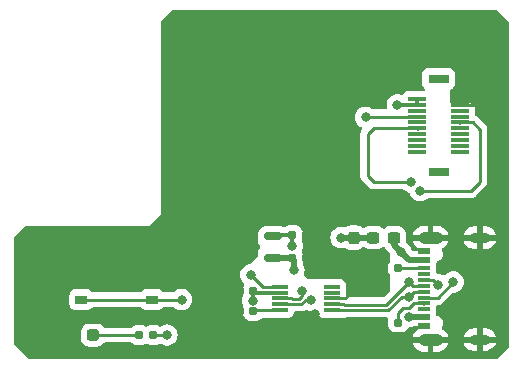
<source format=gbr>
%TF.GenerationSoftware,KiCad,Pcbnew,7.0.7*%
%TF.CreationDate,2024-04-13T00:06:02+09:00*%
%TF.ProjectId,Wi-SUN_Board,57692d53-554e-45f4-926f-6172642e6b69,0.1.2*%
%TF.SameCoordinates,Original*%
%TF.FileFunction,Copper,L1,Top*%
%TF.FilePolarity,Positive*%
%FSLAX46Y46*%
G04 Gerber Fmt 4.6, Leading zero omitted, Abs format (unit mm)*
G04 Created by KiCad (PCBNEW 7.0.7) date 2024-04-13 00:06:02*
%MOMM*%
%LPD*%
G01*
G04 APERTURE LIST*
G04 Aperture macros list*
%AMRoundRect*
0 Rectangle with rounded corners*
0 $1 Rounding radius*
0 $2 $3 $4 $5 $6 $7 $8 $9 X,Y pos of 4 corners*
0 Add a 4 corners polygon primitive as box body*
4,1,4,$2,$3,$4,$5,$6,$7,$8,$9,$2,$3,0*
0 Add four circle primitives for the rounded corners*
1,1,$1+$1,$2,$3*
1,1,$1+$1,$4,$5*
1,1,$1+$1,$6,$7*
1,1,$1+$1,$8,$9*
0 Add four rect primitives between the rounded corners*
20,1,$1+$1,$2,$3,$4,$5,0*
20,1,$1+$1,$4,$5,$6,$7,0*
20,1,$1+$1,$6,$7,$8,$9,0*
20,1,$1+$1,$8,$9,$2,$3,0*%
G04 Aperture macros list end*
%TA.AperFunction,SMDPad,CuDef*%
%ADD10RoundRect,0.155000X-0.212500X-0.155000X0.212500X-0.155000X0.212500X0.155000X-0.212500X0.155000X0*%
%TD*%
%TA.AperFunction,SMDPad,CuDef*%
%ADD11R,1.600000X0.300000*%
%TD*%
%TA.AperFunction,SMDPad,CuDef*%
%ADD12R,1.800000X0.800000*%
%TD*%
%TA.AperFunction,SMDPad,CuDef*%
%ADD13RoundRect,0.237500X-0.237500X0.300000X-0.237500X-0.300000X0.237500X-0.300000X0.237500X0.300000X0*%
%TD*%
%TA.AperFunction,SMDPad,CuDef*%
%ADD14RoundRect,0.150000X0.587500X0.150000X-0.587500X0.150000X-0.587500X-0.150000X0.587500X-0.150000X0*%
%TD*%
%TA.AperFunction,SMDPad,CuDef*%
%ADD15RoundRect,0.160000X0.197500X0.160000X-0.197500X0.160000X-0.197500X-0.160000X0.197500X-0.160000X0*%
%TD*%
%TA.AperFunction,SMDPad,CuDef*%
%ADD16R,1.000000X0.750000*%
%TD*%
%TA.AperFunction,SMDPad,CuDef*%
%ADD17RoundRect,0.237500X0.300000X0.237500X-0.300000X0.237500X-0.300000X-0.237500X0.300000X-0.237500X0*%
%TD*%
%TA.AperFunction,SMDPad,CuDef*%
%ADD18R,1.400000X0.300000*%
%TD*%
%TA.AperFunction,SMDPad,CuDef*%
%ADD19RoundRect,0.155000X0.212500X0.155000X-0.212500X0.155000X-0.212500X-0.155000X0.212500X-0.155000X0*%
%TD*%
%TA.AperFunction,SMDPad,CuDef*%
%ADD20RoundRect,0.237500X-0.287500X-0.237500X0.287500X-0.237500X0.287500X0.237500X-0.287500X0.237500X0*%
%TD*%
%TA.AperFunction,SMDPad,CuDef*%
%ADD21R,1.140000X0.600000*%
%TD*%
%TA.AperFunction,SMDPad,CuDef*%
%ADD22R,1.140000X0.300000*%
%TD*%
%TA.AperFunction,ComponentPad*%
%ADD23O,2.100000X1.050000*%
%TD*%
%TA.AperFunction,ComponentPad*%
%ADD24O,1.800000X0.900000*%
%TD*%
%TA.AperFunction,ViaPad*%
%ADD25C,0.800000*%
%TD*%
%TA.AperFunction,Conductor*%
%ADD26C,0.250000*%
%TD*%
%TA.AperFunction,Conductor*%
%ADD27C,0.300000*%
%TD*%
%TA.AperFunction,Conductor*%
%ADD28C,0.500000*%
%TD*%
G04 APERTURE END LIST*
D10*
%TO.P,C2,1*%
%TO.N,+3.3V*%
X176632500Y-118250000D03*
%TO.P,C2,2*%
%TO.N,GND*%
X177767500Y-118250000D03*
%TD*%
D11*
%TO.P,J1,1,1*%
%TO.N,+3.3V*%
X187200000Y-106750000D03*
%TO.P,J1,2,2*%
%TO.N,GND*%
X190800000Y-106750000D03*
%TO.P,J1,3,3*%
%TO.N,+3.3V*%
X187200000Y-107250000D03*
%TO.P,J1,4,4*%
%TO.N,GND*%
X190800000Y-107250000D03*
%TO.P,J1,5,5*%
%TO.N,unconnected-(J1-Pad5)*%
X187200000Y-107750000D03*
%TO.P,J1,6,6*%
%TO.N,unconnected-(J1-Pad6)*%
X190800000Y-107750000D03*
%TO.P,J1,7,7*%
%TO.N,Net-(J1-Pad7)*%
X187200000Y-108250000D03*
%TO.P,J1,8,8*%
%TO.N,unconnected-(J1-Pad8)*%
X190800000Y-108250000D03*
%TO.P,J1,9,9*%
%TO.N,unconnected-(J1-Pad9)*%
X187200000Y-108750000D03*
%TO.P,J1,10,10*%
%TO.N,UART_-*%
X190800000Y-108750000D03*
%TO.P,J1,11,11*%
%TO.N,UART_+*%
X187200000Y-109250000D03*
%TO.P,J1,12,12*%
%TO.N,unconnected-(J1-Pad12)*%
X190800000Y-109250000D03*
%TO.P,J1,13,13*%
%TO.N,unconnected-(J1-Pad13)*%
X187200000Y-109750000D03*
%TO.P,J1,14,14*%
%TO.N,unconnected-(J1-Pad14)*%
X190800000Y-109750000D03*
%TO.P,J1,15,15*%
%TO.N,unconnected-(J1-Pad15)*%
X187200000Y-110250000D03*
%TO.P,J1,16,16*%
%TO.N,unconnected-(J1-Pad16)*%
X190800000Y-110250000D03*
%TO.P,J1,17,17*%
%TO.N,unconnected-(J1-Pad17)*%
X187200000Y-110750000D03*
%TO.P,J1,18,18*%
%TO.N,unconnected-(J1-Pad18)*%
X190800000Y-110750000D03*
%TO.P,J1,19,19*%
%TO.N,unconnected-(J1-Pad19)*%
X187200000Y-111250000D03*
%TO.P,J1,20,20*%
%TO.N,unconnected-(J1-Pad20)*%
X190800000Y-111250000D03*
D12*
%TO.P,J1,S1*%
%TO.N,N/C*%
X189000000Y-105050000D03*
%TO.P,J1,S2*%
X189000000Y-112950000D03*
%TD*%
D13*
%TO.P,C1,1*%
%TO.N,+5V*%
X181800000Y-118500000D03*
%TO.P,C1,2*%
%TO.N,GND*%
X181800000Y-120225000D03*
%TD*%
D14*
%TO.P,U1,1,VI*%
%TO.N,+5V*%
X174975000Y-120250000D03*
%TO.P,U1,2,VO*%
%TO.N,+3.3V*%
X174975000Y-118350000D03*
%TO.P,U1,3,GND*%
%TO.N,GND*%
X173100000Y-119300000D03*
%TD*%
D15*
%TO.P,R2,1*%
%TO.N,Net-(J2-CC1_B)*%
X185600000Y-121100000D03*
%TO.P,R2,2*%
%TO.N,GND*%
X184405000Y-121100000D03*
%TD*%
D16*
%TO.P,SW1,1,1*%
%TO.N,GND*%
X158750000Y-120000000D03*
X164750000Y-120000000D03*
%TO.P,SW1,2,2*%
%TO.N,Net-(J1-Pad7)*%
X158750000Y-123750000D03*
X164750000Y-123750000D03*
%TD*%
D15*
%TO.P,R1,1*%
%TO.N,Net-(U2-TNOW)*%
X164847500Y-126750000D03*
%TO.P,R1,2*%
%TO.N,Net-(D1-A)*%
X163652500Y-126750000D03*
%TD*%
D17*
%TO.P,F1,1*%
%TO.N,+VBUS*%
X185200000Y-118500000D03*
%TO.P,F1,2*%
%TO.N,+5V*%
X183475000Y-118500000D03*
%TD*%
D18*
%TO.P,U2,1,UD+*%
%TO.N,USB_D+*%
X179950000Y-124650000D03*
%TO.P,U2,2,UD-*%
%TO.N,USB_D-*%
X179950000Y-124150000D03*
%TO.P,U2,3,GND*%
%TO.N,GND*%
X179950000Y-123650000D03*
%TO.P,U2,4,~{RTS}*%
%TO.N,unconnected-(U2-~{RTS}-Pad4)*%
X179950000Y-123150000D03*
%TO.P,U2,5,~{CTS}*%
%TO.N,unconnected-(U2-~{CTS}-Pad5)*%
X179950000Y-122650000D03*
%TO.P,U2,6,TNOW*%
%TO.N,Net-(U2-TNOW)*%
X175550000Y-122650000D03*
%TO.P,U2,7,VCC*%
%TO.N,+3.3V*%
X175550000Y-123150000D03*
%TO.P,U2,8,TXD*%
%TO.N,UART_+*%
X175550000Y-123650000D03*
%TO.P,U2,9,RXD*%
%TO.N,UART_-*%
X175550000Y-124150000D03*
%TO.P,U2,10,V3*%
%TO.N,Net-(U2-V3)*%
X175550000Y-124650000D03*
%TD*%
D19*
%TO.P,C3,1*%
%TO.N,+3.3V*%
X173317500Y-123000000D03*
%TO.P,C3,2*%
%TO.N,GND*%
X172182500Y-123000000D03*
%TD*%
D10*
%TO.P,C4,1*%
%TO.N,+5V*%
X176632500Y-120250000D03*
%TO.P,C4,2*%
%TO.N,GND*%
X177767500Y-120250000D03*
%TD*%
D19*
%TO.P,C5,1*%
%TO.N,Net-(U2-V3)*%
X173317500Y-124750000D03*
%TO.P,C5,2*%
%TO.N,GND*%
X172182500Y-124750000D03*
%TD*%
D15*
%TO.P,R3,1*%
%TO.N,Net-(J2-CC1_A)*%
X185597500Y-125700000D03*
%TO.P,R3,2*%
%TO.N,GND*%
X184402500Y-125700000D03*
%TD*%
D20*
%TO.P,D1,1,K*%
%TO.N,GND*%
X158000000Y-126750000D03*
%TO.P,D1,2,A*%
%TO.N,Net-(D1-A)*%
X159750000Y-126750000D03*
%TD*%
D21*
%TO.P,J2,A1_B12,GND*%
%TO.N,GND*%
X187750000Y-126020000D03*
%TO.P,J2,A4_B9,VBUS*%
%TO.N,+VBUS*%
X187750000Y-125220000D03*
D22*
%TO.P,J2,A5,CC1_A*%
%TO.N,Net-(J2-CC1_A)*%
X187750000Y-124070000D03*
%TO.P,J2,A6,D+_A*%
%TO.N,USB_D+*%
X187750000Y-123070000D03*
%TO.P,J2,A7,D-_A*%
%TO.N,USB_D-*%
X187750000Y-122570000D03*
%TO.P,J2,A8,SBU1*%
%TO.N,unconnected-(J2-SBU1-PadA8)*%
X187750000Y-121570000D03*
D21*
%TO.P,J2,B1_A12,GND__1*%
%TO.N,GND*%
X187750000Y-119620000D03*
%TO.P,J2,B4_A9,VBUS__1*%
%TO.N,+VBUS*%
X187750000Y-120420000D03*
D22*
%TO.P,J2,B5,CC1_B*%
%TO.N,Net-(J2-CC1_B)*%
X187750000Y-121070000D03*
%TO.P,J2,B6,D+_B*%
%TO.N,USB_D+*%
X187750000Y-122070000D03*
%TO.P,J2,B7,D-_B*%
%TO.N,USB_D-*%
X187750000Y-123570000D03*
%TO.P,J2,B8,SBU2*%
%TO.N,unconnected-(J2-SBU2-PadB8)*%
X187750000Y-124570000D03*
D23*
%TO.P,J2,SH1,SHIELD*%
%TO.N,GND*%
X188320000Y-127140000D03*
%TO.P,J2,SH2,SHIELD__1*%
X188320000Y-118500000D03*
D24*
%TO.P,J2,SH3,SHIELD__2*%
X192500000Y-127140000D03*
%TO.P,J2,SH4,SHIELD__3*%
X192500000Y-118500000D03*
%TD*%
D25*
%TO.N,GND*%
X184300000Y-119900000D03*
X183000000Y-120000000D03*
X175750000Y-113500000D03*
X181750000Y-123000000D03*
X179000000Y-106500000D03*
X193500000Y-99750000D03*
X167100000Y-99800000D03*
X183500000Y-106750000D03*
X166250000Y-107050000D03*
X194500000Y-127250000D03*
X172750000Y-128250000D03*
X155900000Y-125600000D03*
X179750000Y-114250000D03*
X194500000Y-124250000D03*
X174600000Y-106400000D03*
X153800000Y-123600000D03*
X166250000Y-114850000D03*
X190100000Y-128300000D03*
X192500000Y-105250000D03*
X182200000Y-117000000D03*
X154450000Y-118100000D03*
X153800000Y-118900000D03*
X184250000Y-123000000D03*
X162500000Y-128250000D03*
X166250000Y-103700000D03*
X172000000Y-103000000D03*
X194500000Y-103500000D03*
X166250000Y-110600000D03*
X158400000Y-128250000D03*
X170750000Y-118500000D03*
X184250000Y-115000000D03*
X166250000Y-100700000D03*
X192500000Y-116000000D03*
X166000000Y-125000000D03*
X194500000Y-106750000D03*
X181800000Y-125700000D03*
X159900000Y-118000000D03*
X171000000Y-99750000D03*
X180100000Y-99750000D03*
X157000000Y-118000000D03*
X169250000Y-116250000D03*
X185700000Y-105400000D03*
X189400000Y-102900000D03*
X165650000Y-117400000D03*
X162200000Y-122200000D03*
X194500000Y-117250000D03*
X156100000Y-120900000D03*
X162500000Y-118000000D03*
X176000000Y-125700000D03*
X175250000Y-99750000D03*
X189500000Y-99750000D03*
X177400000Y-103100000D03*
X167400000Y-119400000D03*
X192500000Y-122750000D03*
X158200000Y-122200000D03*
X178000000Y-117500000D03*
X159500000Y-125000000D03*
X153800000Y-127250000D03*
X181750000Y-121500000D03*
X190750000Y-125500000D03*
X194500000Y-110100000D03*
X190500000Y-120000000D03*
X194500000Y-113500000D03*
X174250000Y-125750000D03*
X169750000Y-106500000D03*
X167200000Y-122200000D03*
X167500000Y-128250000D03*
X184500000Y-128250000D03*
X171250000Y-123000000D03*
X194500000Y-120750000D03*
X178250000Y-111000000D03*
X185000000Y-99750000D03*
X180750000Y-108500000D03*
X181750000Y-112000000D03*
X171600000Y-109600000D03*
X169500000Y-113000000D03*
X178500000Y-125000000D03*
X175750000Y-109250000D03*
X178500000Y-128250000D03*
X183200000Y-103000000D03*
X188000000Y-116000000D03*
X173250000Y-116000000D03*
X170600000Y-125700000D03*
X154750000Y-128250000D03*
X173000000Y-112250000D03*
X193500000Y-128250000D03*
X178000000Y-119250000D03*
X194500000Y-100750000D03*
%TO.N,+3.3V*%
X185500000Y-107250000D03*
X176600000Y-119200000D03*
X173250000Y-123840500D03*
%TO.N,UART_-*%
X187421232Y-114521232D03*
X178171232Y-123771232D03*
%TO.N,UART_+*%
X186678768Y-113778768D03*
X177428768Y-123028768D03*
%TO.N,+5V*%
X176750000Y-121250000D03*
X180750000Y-118500000D03*
%TO.N,USB_D+*%
X188987701Y-122487701D03*
X186494053Y-123487974D03*
%TO.N,USB_D-*%
X190250000Y-122250000D03*
X186500000Y-122250000D03*
%TO.N,Net-(U2-TNOW)*%
X173094773Y-121645273D03*
X166000000Y-126750000D03*
%TO.N,+VBUS*%
X186500000Y-125200000D03*
X185800000Y-119700000D03*
%TO.N,Net-(J1-Pad7)*%
X167250000Y-123750000D03*
X182820023Y-108320023D03*
%TD*%
D26*
%TO.N,GND*%
X190800000Y-107250000D02*
X192500000Y-107250000D01*
X179950000Y-123650000D02*
X181050000Y-123650000D01*
X190800000Y-106750000D02*
X192500000Y-106750000D01*
X181050000Y-123650000D02*
X181550000Y-123150000D01*
X184250000Y-121055000D02*
X184265000Y-121070000D01*
X192500000Y-106750000D02*
X192500000Y-107250000D01*
D27*
%TO.N,+3.3V*%
X176600000Y-118432500D02*
X176632500Y-118400000D01*
X175000000Y-118300000D02*
X176582500Y-118300000D01*
X175550000Y-123150000D02*
X173635000Y-123150000D01*
X173250000Y-123840500D02*
X173250000Y-123135000D01*
X176600000Y-119200000D02*
X176600000Y-118432500D01*
X173250000Y-123135000D02*
X173385000Y-123000000D01*
X176600000Y-119400000D02*
X176600000Y-119200000D01*
X176582500Y-118300000D02*
X176632500Y-118250000D01*
X176545000Y-118487500D02*
X176632500Y-118400000D01*
X187200000Y-107250000D02*
X185500000Y-107250000D01*
X187200000Y-106750000D02*
X187200000Y-107250000D01*
D26*
%TO.N,Net-(U2-V3)*%
X173617500Y-124650000D02*
X173567500Y-124600000D01*
X175550000Y-124650000D02*
X173617500Y-124650000D01*
%TO.N,Net-(D1-A)*%
X163652500Y-126750000D02*
X159750000Y-126750000D01*
%TO.N,UART_-*%
X177746967Y-123771232D02*
X178171232Y-123771232D01*
X177393199Y-124125000D02*
X177746967Y-123771232D01*
X176600001Y-124150000D02*
X176625001Y-124125000D01*
X176625001Y-124125000D02*
X177393199Y-124125000D01*
X187421232Y-114521232D02*
X191728768Y-114521232D01*
X175550000Y-124150000D02*
X176600001Y-124150000D01*
X192500000Y-113750000D02*
X192500000Y-109350000D01*
X192500000Y-109350000D02*
X191900000Y-108750000D01*
X190750000Y-108800000D02*
X190800000Y-108750000D01*
X191728768Y-114521232D02*
X192500000Y-113750000D01*
X191900000Y-108750000D02*
X190800000Y-108750000D01*
%TO.N,UART_+*%
X187250000Y-109300000D02*
X187200000Y-109250000D01*
X183528768Y-113778768D02*
X186678768Y-113778768D01*
X183000000Y-113250000D02*
X183528768Y-113778768D01*
X187200000Y-109250000D02*
X183500000Y-109250000D01*
X177206801Y-123675000D02*
X177428768Y-123453033D01*
X176600001Y-123650000D02*
X176625001Y-123675000D01*
X183500000Y-109250000D02*
X183000000Y-109750000D01*
X175550000Y-123650000D02*
X176600001Y-123650000D01*
X176625001Y-123675000D02*
X177206801Y-123675000D01*
X177428768Y-123453033D02*
X177428768Y-123028768D01*
X183000000Y-109750000D02*
X183000000Y-113250000D01*
%TO.N,Net-(J2-CC1_A)*%
X185597500Y-124902500D02*
X185597500Y-125700000D01*
X187750000Y-124070000D02*
X186930000Y-124070000D01*
X186930000Y-124070000D02*
X186525000Y-124475000D01*
X186025000Y-124475000D02*
X185597500Y-124902500D01*
X187750000Y-124070000D02*
X187750000Y-124050000D01*
X187750000Y-124050000D02*
X187705000Y-124095000D01*
X186525000Y-124475000D02*
X186025000Y-124475000D01*
D28*
%TO.N,+5V*%
X180750000Y-118500000D02*
X181800000Y-118500000D01*
X183475000Y-118500000D02*
X181700000Y-118500000D01*
X176632500Y-120250000D02*
X174975000Y-120250000D01*
X176750000Y-121250000D02*
X176750000Y-120367500D01*
X176750000Y-120367500D02*
X176632500Y-120250000D01*
D26*
%TO.N,Net-(J2-CC1_B)*%
X187750000Y-121070000D02*
X185630000Y-121070000D01*
X185630000Y-121070000D02*
X185600000Y-121100000D01*
%TO.N,USB_D+*%
X184761397Y-124625000D02*
X185898423Y-123487974D01*
X181025001Y-124625000D02*
X184761397Y-124625000D01*
X188570000Y-122070000D02*
X188987701Y-122487701D01*
X185898423Y-123487974D02*
X186494053Y-123487974D01*
X186912027Y-123070000D02*
X186494053Y-123487974D01*
X179950000Y-124650000D02*
X181000001Y-124650000D01*
X181000001Y-124650000D02*
X181025001Y-124625000D01*
X187750000Y-123070000D02*
X186912027Y-123070000D01*
X187750000Y-122070000D02*
X188570000Y-122070000D01*
%TO.N,USB_D-*%
X187750000Y-122570000D02*
X187775000Y-122545000D01*
X179950000Y-124150000D02*
X181000001Y-124150000D01*
X184575000Y-124175000D02*
X186500000Y-122250000D01*
X181025001Y-124175000D02*
X184575000Y-124175000D01*
X190250000Y-122250000D02*
X188930000Y-123570000D01*
X186820000Y-122570000D02*
X186500000Y-122250000D01*
X181000001Y-124150000D02*
X181025001Y-124175000D01*
X188930000Y-123570000D02*
X187750000Y-123570000D01*
X187775000Y-122545000D02*
X188000000Y-122545000D01*
X187750000Y-122570000D02*
X186820000Y-122570000D01*
%TO.N,Net-(U2-TNOW)*%
X175550000Y-122650000D02*
X174099500Y-122650000D01*
X174099500Y-122650000D02*
X173094773Y-121645273D01*
X166000000Y-126750000D02*
X164847500Y-126750000D01*
D28*
%TO.N,+VBUS*%
X186520000Y-125220000D02*
X186500000Y-125200000D01*
X187750000Y-120420000D02*
X186520000Y-120420000D01*
X185200000Y-118500000D02*
X185200000Y-119100000D01*
X185200000Y-119100000D02*
X185800000Y-119700000D01*
X187750000Y-125220000D02*
X186520000Y-125220000D01*
X186520000Y-120420000D02*
X185800000Y-119700000D01*
D26*
%TO.N,Net-(J1-Pad7)*%
X182890046Y-108250000D02*
X182820023Y-108320023D01*
X164750000Y-123750000D02*
X167250000Y-123750000D01*
X164750000Y-123750000D02*
X158750000Y-123750000D01*
X187200000Y-108250000D02*
X182890046Y-108250000D01*
X167250000Y-123750000D02*
X167200000Y-123700000D01*
%TD*%
%TA.AperFunction,Conductor*%
%TO.N,GND*%
G36*
X193965677Y-99219685D02*
G01*
X193986319Y-99236319D01*
X194963681Y-100213681D01*
X194997166Y-100275004D01*
X195000000Y-100301362D01*
X195000000Y-127698638D01*
X194980315Y-127765677D01*
X194963681Y-127786319D01*
X194036319Y-128713681D01*
X193974996Y-128747166D01*
X193948638Y-128750000D01*
X154301362Y-128750000D01*
X154234323Y-128730315D01*
X154213681Y-128713681D01*
X153086319Y-127586319D01*
X153052834Y-127524996D01*
X153050000Y-127498638D01*
X153050000Y-127036669D01*
X158724500Y-127036669D01*
X158724501Y-127036687D01*
X158734825Y-127137752D01*
X158763247Y-127223521D01*
X158789092Y-127301516D01*
X158879660Y-127448350D01*
X159001650Y-127570340D01*
X159148484Y-127660908D01*
X159312247Y-127715174D01*
X159413323Y-127725500D01*
X160086676Y-127725499D01*
X160086684Y-127725498D01*
X160086687Y-127725498D01*
X160142030Y-127719844D01*
X160187753Y-127715174D01*
X160351516Y-127660908D01*
X160498350Y-127570340D01*
X160620340Y-127448350D01*
X160628941Y-127434404D01*
X160680890Y-127387679D01*
X160734481Y-127375500D01*
X162935050Y-127375500D01*
X163002089Y-127395185D01*
X163022731Y-127411819D01*
X163044665Y-127433753D01*
X163044670Y-127433757D01*
X163181929Y-127516732D01*
X163181933Y-127516734D01*
X163236100Y-127533612D01*
X163335067Y-127564452D01*
X163401619Y-127570500D01*
X163903380Y-127570499D01*
X163903388Y-127570499D01*
X163969926Y-127564453D01*
X163969927Y-127564452D01*
X163969933Y-127564452D01*
X164123069Y-127516733D01*
X164185850Y-127478779D01*
X164253405Y-127460944D01*
X164314149Y-127478779D01*
X164376931Y-127516733D01*
X164376934Y-127516734D01*
X164376933Y-127516734D01*
X164431100Y-127533612D01*
X164530067Y-127564452D01*
X164596619Y-127570500D01*
X165098380Y-127570499D01*
X165098388Y-127570499D01*
X165164926Y-127564453D01*
X165164927Y-127564452D01*
X165164933Y-127564452D01*
X165318069Y-127516733D01*
X165359649Y-127491596D01*
X165427198Y-127473761D01*
X165493672Y-127495277D01*
X165496652Y-127497375D01*
X165523298Y-127516734D01*
X165547270Y-127534151D01*
X165720192Y-127611142D01*
X165720197Y-127611144D01*
X165905354Y-127650500D01*
X165905355Y-127650500D01*
X166094644Y-127650500D01*
X166094646Y-127650500D01*
X166279803Y-127611144D01*
X166452730Y-127534151D01*
X166605871Y-127422888D01*
X166732533Y-127282216D01*
X166827179Y-127118284D01*
X166885674Y-126938256D01*
X166905460Y-126750000D01*
X166885674Y-126561744D01*
X166827179Y-126381716D01*
X166732533Y-126217784D01*
X166605871Y-126077112D01*
X166590917Y-126066247D01*
X166452734Y-125965851D01*
X166452729Y-125965848D01*
X166279807Y-125888857D01*
X166279802Y-125888855D01*
X166134001Y-125857865D01*
X166094646Y-125849500D01*
X165905354Y-125849500D01*
X165872897Y-125856398D01*
X165720197Y-125888855D01*
X165720192Y-125888857D01*
X165547270Y-125965848D01*
X165547266Y-125965851D01*
X165496680Y-126002603D01*
X165430873Y-126026082D01*
X165362819Y-126010255D01*
X165359647Y-126008401D01*
X165318070Y-125983267D01*
X165318066Y-125983265D01*
X165164933Y-125935548D01*
X165164935Y-125935548D01*
X165138312Y-125933128D01*
X165098381Y-125929500D01*
X165098378Y-125929500D01*
X164596611Y-125929500D01*
X164530073Y-125935546D01*
X164530066Y-125935548D01*
X164376933Y-125983265D01*
X164376929Y-125983267D01*
X164314149Y-126021219D01*
X164246594Y-126039055D01*
X164185851Y-126021219D01*
X164123070Y-125983267D01*
X164123066Y-125983265D01*
X163969933Y-125935548D01*
X163969935Y-125935548D01*
X163943312Y-125933128D01*
X163903381Y-125929500D01*
X163903378Y-125929500D01*
X163401611Y-125929500D01*
X163335073Y-125935546D01*
X163335066Y-125935548D01*
X163181933Y-125983265D01*
X163181929Y-125983267D01*
X163044670Y-126066242D01*
X163044665Y-126066246D01*
X163022731Y-126088181D01*
X162961408Y-126121666D01*
X162935050Y-126124500D01*
X160734481Y-126124500D01*
X160667442Y-126104815D01*
X160628942Y-126065596D01*
X160626195Y-126061142D01*
X160620340Y-126051650D01*
X160498350Y-125929660D01*
X160351516Y-125839092D01*
X160187753Y-125784826D01*
X160187751Y-125784825D01*
X160086678Y-125774500D01*
X159413330Y-125774500D01*
X159413312Y-125774501D01*
X159312247Y-125784825D01*
X159148484Y-125839092D01*
X159148481Y-125839093D01*
X159001648Y-125929661D01*
X158879661Y-126051648D01*
X158789093Y-126198481D01*
X158789091Y-126198486D01*
X158782696Y-126217785D01*
X158734826Y-126362247D01*
X158734826Y-126362248D01*
X158734825Y-126362248D01*
X158724500Y-126463315D01*
X158724500Y-127036669D01*
X153050000Y-127036669D01*
X153050000Y-124172870D01*
X157749500Y-124172870D01*
X157749501Y-124172876D01*
X157755908Y-124232483D01*
X157806202Y-124367328D01*
X157806206Y-124367335D01*
X157892452Y-124482544D01*
X157892455Y-124482547D01*
X158007664Y-124568793D01*
X158007671Y-124568797D01*
X158142517Y-124619091D01*
X158142516Y-124619091D01*
X158149444Y-124619835D01*
X158202127Y-124625500D01*
X159297872Y-124625499D01*
X159357483Y-124619091D01*
X159492331Y-124568796D01*
X159607546Y-124482546D01*
X159634227Y-124446903D01*
X159650485Y-124425188D01*
X159706419Y-124383318D01*
X159749751Y-124375500D01*
X163750249Y-124375500D01*
X163817288Y-124395185D01*
X163849515Y-124425188D01*
X163892451Y-124482542D01*
X163892454Y-124482546D01*
X163892457Y-124482548D01*
X164007664Y-124568793D01*
X164007671Y-124568797D01*
X164142517Y-124619091D01*
X164142516Y-124619091D01*
X164149444Y-124619835D01*
X164202127Y-124625500D01*
X165297872Y-124625499D01*
X165357483Y-124619091D01*
X165492331Y-124568796D01*
X165607546Y-124482546D01*
X165634227Y-124446903D01*
X165650485Y-124425188D01*
X165706419Y-124383318D01*
X165749751Y-124375500D01*
X166546252Y-124375500D01*
X166613291Y-124395185D01*
X166638400Y-124416526D01*
X166644126Y-124422885D01*
X166644130Y-124422889D01*
X166797265Y-124534148D01*
X166797270Y-124534151D01*
X166970192Y-124611142D01*
X166970197Y-124611144D01*
X167155354Y-124650500D01*
X167155355Y-124650500D01*
X167344644Y-124650500D01*
X167344646Y-124650500D01*
X167529803Y-124611144D01*
X167702730Y-124534151D01*
X167855871Y-124422888D01*
X167982533Y-124282216D01*
X168077179Y-124118284D01*
X168135674Y-123938256D01*
X168155460Y-123750000D01*
X168135674Y-123561744D01*
X168077179Y-123381716D01*
X167982533Y-123217784D01*
X167855871Y-123077112D01*
X167855870Y-123077111D01*
X167702734Y-122965851D01*
X167702729Y-122965848D01*
X167529807Y-122888857D01*
X167529802Y-122888855D01*
X167384000Y-122857865D01*
X167344646Y-122849500D01*
X167155354Y-122849500D01*
X167122897Y-122856398D01*
X166970197Y-122888855D01*
X166970192Y-122888857D01*
X166797270Y-122965848D01*
X166797265Y-122965851D01*
X166644130Y-123077110D01*
X166644126Y-123077114D01*
X166638400Y-123083474D01*
X166578913Y-123120121D01*
X166546252Y-123124500D01*
X165749751Y-123124500D01*
X165682712Y-123104815D01*
X165650485Y-123074812D01*
X165607548Y-123017457D01*
X165607546Y-123017454D01*
X165607542Y-123017451D01*
X165492335Y-122931206D01*
X165492328Y-122931202D01*
X165357482Y-122880908D01*
X165357483Y-122880908D01*
X165297883Y-122874501D01*
X165297881Y-122874500D01*
X165297873Y-122874500D01*
X165297864Y-122874500D01*
X164202129Y-122874500D01*
X164202123Y-122874501D01*
X164142516Y-122880908D01*
X164007671Y-122931202D01*
X164007664Y-122931206D01*
X163892457Y-123017451D01*
X163892451Y-123017457D01*
X163849515Y-123074812D01*
X163793581Y-123116682D01*
X163750249Y-123124500D01*
X159749751Y-123124500D01*
X159682712Y-123104815D01*
X159650485Y-123074812D01*
X159607548Y-123017457D01*
X159607546Y-123017454D01*
X159607542Y-123017451D01*
X159492335Y-122931206D01*
X159492328Y-122931202D01*
X159357482Y-122880908D01*
X159357483Y-122880908D01*
X159297883Y-122874501D01*
X159297881Y-122874500D01*
X159297873Y-122874500D01*
X159297864Y-122874500D01*
X158202129Y-122874500D01*
X158202123Y-122874501D01*
X158142516Y-122880908D01*
X158007671Y-122931202D01*
X158007664Y-122931206D01*
X157892455Y-123017452D01*
X157892452Y-123017455D01*
X157806206Y-123132664D01*
X157806202Y-123132671D01*
X157755908Y-123267517D01*
X157749501Y-123327116D01*
X157749500Y-123327135D01*
X157749500Y-124172870D01*
X153050000Y-124172870D01*
X153050000Y-121645273D01*
X172189313Y-121645273D01*
X172209099Y-121833529D01*
X172209100Y-121833532D01*
X172267591Y-122013550D01*
X172267594Y-122013557D01*
X172362240Y-122177489D01*
X172488901Y-122318161D01*
X172488902Y-122318161D01*
X172488906Y-122318165D01*
X172513810Y-122336258D01*
X172556477Y-122391587D01*
X172562457Y-122461201D01*
X172547658Y-122499698D01*
X172498629Y-122582601D01*
X172498628Y-122582604D01*
X172452424Y-122741637D01*
X172452423Y-122741643D01*
X172449500Y-122778795D01*
X172449501Y-123221202D01*
X172452423Y-123258357D01*
X172452424Y-123258358D01*
X172469090Y-123315727D01*
X172468889Y-123385596D01*
X172457402Y-123412316D01*
X172422821Y-123472215D01*
X172393731Y-123561744D01*
X172364326Y-123652244D01*
X172344540Y-123840500D01*
X172364326Y-124028756D01*
X172364327Y-124028759D01*
X172422821Y-124208785D01*
X172470736Y-124291777D01*
X172487209Y-124359678D01*
X172482426Y-124388370D01*
X172452425Y-124491639D01*
X172452423Y-124491648D01*
X172449500Y-124528795D01*
X172449501Y-124971202D01*
X172452423Y-125008354D01*
X172452423Y-125008357D01*
X172452424Y-125008358D01*
X172462293Y-125042328D01*
X172498630Y-125167400D01*
X172582934Y-125309950D01*
X172582941Y-125309959D01*
X172700040Y-125427058D01*
X172700044Y-125427061D01*
X172700046Y-125427063D01*
X172842600Y-125511370D01*
X172884541Y-125523555D01*
X173001637Y-125557575D01*
X173001640Y-125557575D01*
X173001642Y-125557576D01*
X173014026Y-125558550D01*
X173038795Y-125560500D01*
X173038796Y-125560499D01*
X173038797Y-125560500D01*
X173596202Y-125560499D01*
X173633358Y-125557576D01*
X173792400Y-125511370D01*
X173934954Y-125427063D01*
X173969870Y-125392147D01*
X174050199Y-125311819D01*
X174111522Y-125278334D01*
X174137880Y-125275500D01*
X174670300Y-125275500D01*
X174713632Y-125283317D01*
X174742517Y-125294091D01*
X174802127Y-125300500D01*
X176297872Y-125300499D01*
X176357483Y-125294091D01*
X176492331Y-125243796D01*
X176607546Y-125157546D01*
X176693796Y-125042331D01*
X176744091Y-124907483D01*
X176749063Y-124861243D01*
X176775801Y-124796693D01*
X176833194Y-124756845D01*
X176872352Y-124750500D01*
X177310456Y-124750500D01*
X177326076Y-124752224D01*
X177326103Y-124751939D01*
X177333859Y-124752671D01*
X177333866Y-124752673D01*
X177403013Y-124750500D01*
X177432549Y-124750500D01*
X177439427Y-124749630D01*
X177445240Y-124749172D01*
X177491826Y-124747709D01*
X177511068Y-124742117D01*
X177530111Y-124738174D01*
X177549991Y-124735664D01*
X177593321Y-124718507D01*
X177598845Y-124716617D01*
X177602595Y-124715527D01*
X177643589Y-124703618D01*
X177660828Y-124693422D01*
X177678302Y-124684862D01*
X177696927Y-124677488D01*
X177696928Y-124677487D01*
X177696931Y-124677486D01*
X177734633Y-124650092D01*
X177739494Y-124646898D01*
X177763676Y-124632598D01*
X177831398Y-124615418D01*
X177877227Y-124626053D01*
X177891429Y-124632376D01*
X178076586Y-124671732D01*
X178076587Y-124671732D01*
X178265876Y-124671732D01*
X178265878Y-124671732D01*
X178451035Y-124632376D01*
X178575067Y-124577152D01*
X178644313Y-124567867D01*
X178707590Y-124597495D01*
X178744804Y-124656630D01*
X178749500Y-124690431D01*
X178749500Y-124847869D01*
X178749501Y-124847876D01*
X178755908Y-124907483D01*
X178806202Y-125042328D01*
X178806206Y-125042335D01*
X178892452Y-125157544D01*
X178892455Y-125157547D01*
X179007664Y-125243793D01*
X179007671Y-125243797D01*
X179142517Y-125294091D01*
X179142516Y-125294091D01*
X179149444Y-125294835D01*
X179202127Y-125300500D01*
X180697872Y-125300499D01*
X180757483Y-125294091D01*
X180786367Y-125283317D01*
X180829700Y-125275500D01*
X180917258Y-125275500D01*
X180932878Y-125277224D01*
X180932905Y-125276939D01*
X180940661Y-125277671D01*
X180940668Y-125277673D01*
X181009815Y-125275500D01*
X181039351Y-125275500D01*
X181046229Y-125274630D01*
X181052042Y-125274172D01*
X181098628Y-125272709D01*
X181117870Y-125267117D01*
X181136913Y-125263174D01*
X181156793Y-125260664D01*
X181157956Y-125260203D01*
X181160469Y-125259209D01*
X181206119Y-125250500D01*
X184629867Y-125250500D01*
X184696906Y-125270185D01*
X184742661Y-125322989D01*
X184752605Y-125392147D01*
X184748254Y-125411383D01*
X184745641Y-125419770D01*
X184745548Y-125420068D01*
X184739500Y-125486621D01*
X184739500Y-125913388D01*
X184745546Y-125979926D01*
X184745548Y-125979933D01*
X184793265Y-126133066D01*
X184793267Y-126133070D01*
X184876242Y-126270329D01*
X184876246Y-126270334D01*
X184989665Y-126383753D01*
X184989670Y-126383757D01*
X185126929Y-126466732D01*
X185126933Y-126466734D01*
X185176268Y-126482107D01*
X185280067Y-126514452D01*
X185346619Y-126520500D01*
X185848380Y-126520499D01*
X185848388Y-126520499D01*
X185914926Y-126514453D01*
X185914927Y-126514452D01*
X185914933Y-126514452D01*
X186068069Y-126466733D01*
X186152877Y-126415465D01*
X186205329Y-126383757D01*
X186205330Y-126383755D01*
X186205335Y-126383753D01*
X186318753Y-126270335D01*
X186328715Y-126253856D01*
X186385241Y-126160351D01*
X186436768Y-126113163D01*
X186491358Y-126100500D01*
X186594644Y-126100500D01*
X186594646Y-126100500D01*
X186779803Y-126061144D01*
X186924450Y-125996741D01*
X186993700Y-125987457D01*
X187018220Y-125993840D01*
X187072508Y-126014088D01*
X187072511Y-126014088D01*
X187072517Y-126014091D01*
X187132127Y-126020500D01*
X187220012Y-126020499D01*
X187287048Y-126040183D01*
X187332804Y-126092986D01*
X187342748Y-126162145D01*
X187313724Y-126225701D01*
X187278465Y-126253856D01*
X187222791Y-126283615D01*
X187222784Y-126283620D01*
X187066707Y-126411707D01*
X186938620Y-126567784D01*
X186938615Y-126567790D01*
X186843442Y-126745846D01*
X186799715Y-126890000D01*
X187365021Y-126890000D01*
X187432060Y-126909685D01*
X187477815Y-126962489D01*
X187487759Y-127031647D01*
X187484287Y-127047934D01*
X187466105Y-127111837D01*
X187466104Y-127111837D01*
X187476453Y-127223517D01*
X187478885Y-127232063D01*
X187478299Y-127301930D01*
X187440034Y-127360390D01*
X187376237Y-127388881D01*
X187359619Y-127390000D01*
X186799715Y-127390000D01*
X186843442Y-127534153D01*
X186938615Y-127712209D01*
X186938620Y-127712215D01*
X187066707Y-127868292D01*
X187222784Y-127996379D01*
X187222790Y-127996384D01*
X187400845Y-128091556D01*
X187594067Y-128150170D01*
X187744642Y-128165000D01*
X188070000Y-128165000D01*
X188070000Y-127564000D01*
X188089685Y-127496961D01*
X188142489Y-127451206D01*
X188194000Y-127440000D01*
X188446000Y-127440000D01*
X188513039Y-127459685D01*
X188558794Y-127512489D01*
X188570000Y-127564000D01*
X188570000Y-128165000D01*
X188895358Y-128165000D01*
X189045932Y-128150170D01*
X189239154Y-128091556D01*
X189417209Y-127996384D01*
X189417215Y-127996379D01*
X189573292Y-127868292D01*
X189701379Y-127712215D01*
X189701384Y-127712209D01*
X189796557Y-127534153D01*
X189840285Y-127390000D01*
X191129529Y-127390000D01*
X191192685Y-127560527D01*
X191192687Y-127560531D01*
X191294892Y-127724503D01*
X191428002Y-127864534D01*
X191428003Y-127864535D01*
X191586586Y-127974913D01*
X191764137Y-128051106D01*
X191953394Y-128090000D01*
X192250000Y-128090000D01*
X192250000Y-127564000D01*
X192269685Y-127496961D01*
X192322489Y-127451206D01*
X192374000Y-127440000D01*
X192626000Y-127440000D01*
X192693039Y-127459685D01*
X192738794Y-127512489D01*
X192750000Y-127564000D01*
X192750000Y-128090000D01*
X192998176Y-128090000D01*
X193142221Y-128075352D01*
X193326561Y-128017515D01*
X193326571Y-128017510D01*
X193495498Y-127923748D01*
X193495505Y-127923743D01*
X193642105Y-127797892D01*
X193760368Y-127645109D01*
X193760370Y-127645105D01*
X193845457Y-127471643D01*
X193866596Y-127390000D01*
X193304979Y-127390000D01*
X193237940Y-127370315D01*
X193192185Y-127317511D01*
X193182241Y-127248353D01*
X193185713Y-127232066D01*
X193203894Y-127168162D01*
X193203895Y-127168160D01*
X193199273Y-127118284D01*
X193193546Y-127056479D01*
X193193544Y-127056475D01*
X193191115Y-127047937D01*
X193191701Y-126978070D01*
X193229966Y-126919610D01*
X193293763Y-126891119D01*
X193310381Y-126890000D01*
X193870471Y-126890000D01*
X193807314Y-126719472D01*
X193807312Y-126719468D01*
X193705107Y-126555496D01*
X193571997Y-126415465D01*
X193571996Y-126415464D01*
X193413413Y-126305086D01*
X193235862Y-126228893D01*
X193046606Y-126190000D01*
X192750000Y-126190000D01*
X192750000Y-126716000D01*
X192730315Y-126783039D01*
X192677511Y-126828794D01*
X192626000Y-126840000D01*
X192374000Y-126840000D01*
X192306961Y-126820315D01*
X192261206Y-126767511D01*
X192250000Y-126716000D01*
X192250000Y-126190000D01*
X192001824Y-126190000D01*
X191857778Y-126204647D01*
X191673438Y-126262484D01*
X191673428Y-126262489D01*
X191504501Y-126356251D01*
X191504494Y-126356256D01*
X191357894Y-126482107D01*
X191239631Y-126634890D01*
X191239629Y-126634894D01*
X191154542Y-126808356D01*
X191133404Y-126890000D01*
X191695021Y-126890000D01*
X191762060Y-126909685D01*
X191807815Y-126962489D01*
X191817759Y-127031647D01*
X191814287Y-127047934D01*
X191796105Y-127111837D01*
X191796104Y-127111837D01*
X191806453Y-127223517D01*
X191808885Y-127232063D01*
X191808299Y-127301930D01*
X191770034Y-127360390D01*
X191706237Y-127388881D01*
X191689619Y-127390000D01*
X191129529Y-127390000D01*
X189840285Y-127390000D01*
X189274979Y-127390000D01*
X189207940Y-127370315D01*
X189162185Y-127317511D01*
X189152241Y-127248353D01*
X189155713Y-127232066D01*
X189173894Y-127168162D01*
X189173895Y-127168160D01*
X189169273Y-127118284D01*
X189163546Y-127056479D01*
X189163544Y-127056475D01*
X189161115Y-127047937D01*
X189161701Y-126978070D01*
X189199966Y-126919610D01*
X189263763Y-126891119D01*
X189280381Y-126890000D01*
X189840285Y-126890000D01*
X189796557Y-126745846D01*
X189701384Y-126567790D01*
X189701379Y-126567784D01*
X189573292Y-126411707D01*
X189417215Y-126283620D01*
X189417212Y-126283618D01*
X189324877Y-126234263D01*
X189275033Y-126185300D01*
X189259573Y-126117162D01*
X189283405Y-126051483D01*
X189284884Y-126049512D01*
X189322698Y-126000233D01*
X189380687Y-125860236D01*
X189400466Y-125710000D01*
X189380687Y-125559764D01*
X189322698Y-125419767D01*
X189230451Y-125299549D01*
X189110233Y-125207302D01*
X189110229Y-125207300D01*
X188970236Y-125149313D01*
X188928311Y-125143793D01*
X188864415Y-125115525D01*
X188825945Y-125057200D01*
X188820499Y-125020854D01*
X188820499Y-124872128D01*
X188820498Y-124872111D01*
X188816320Y-124833253D01*
X188816320Y-124806747D01*
X188820500Y-124767873D01*
X188820499Y-124372128D01*
X188820498Y-124372111D01*
X188816320Y-124333253D01*
X188816339Y-124306561D01*
X188816387Y-124306123D01*
X188843223Y-124241613D01*
X188900676Y-124201852D01*
X188935771Y-124195627D01*
X188936290Y-124195610D01*
X188939819Y-124195500D01*
X188969347Y-124195500D01*
X188969350Y-124195500D01*
X188976228Y-124194630D01*
X188982041Y-124194172D01*
X189028627Y-124192709D01*
X189047869Y-124187117D01*
X189066912Y-124183174D01*
X189086792Y-124180664D01*
X189130122Y-124163507D01*
X189135646Y-124161617D01*
X189139396Y-124160527D01*
X189180390Y-124148618D01*
X189197629Y-124138422D01*
X189215103Y-124129862D01*
X189233727Y-124122488D01*
X189233727Y-124122487D01*
X189233732Y-124122486D01*
X189271449Y-124095082D01*
X189276305Y-124091892D01*
X189316420Y-124068170D01*
X189330589Y-124053999D01*
X189345379Y-124041368D01*
X189361587Y-124029594D01*
X189391299Y-123993676D01*
X189395212Y-123989376D01*
X190197771Y-123186819D01*
X190259095Y-123153334D01*
X190285453Y-123150500D01*
X190344644Y-123150500D01*
X190344646Y-123150500D01*
X190529803Y-123111144D01*
X190702730Y-123034151D01*
X190855871Y-122922888D01*
X190982533Y-122782216D01*
X191077179Y-122618284D01*
X191135674Y-122438256D01*
X191155460Y-122250000D01*
X191135674Y-122061744D01*
X191077179Y-121881716D01*
X190982533Y-121717784D01*
X190855871Y-121577112D01*
X190855867Y-121577109D01*
X190702734Y-121465851D01*
X190702729Y-121465848D01*
X190529807Y-121388857D01*
X190529802Y-121388855D01*
X190384000Y-121357865D01*
X190344646Y-121349500D01*
X190155354Y-121349500D01*
X190122897Y-121356398D01*
X189970197Y-121388855D01*
X189970192Y-121388857D01*
X189797270Y-121465848D01*
X189797265Y-121465851D01*
X189644132Y-121577109D01*
X189644129Y-121577111D01*
X189644129Y-121577112D01*
X189582757Y-121645273D01*
X189564853Y-121665157D01*
X189505366Y-121701805D01*
X189435509Y-121700474D01*
X189422270Y-121695464D01*
X189354200Y-121665157D01*
X189267507Y-121626558D01*
X189267503Y-121626556D01*
X189121701Y-121595566D01*
X189082347Y-121587201D01*
X189082346Y-121587201D01*
X189018396Y-121587201D01*
X188951357Y-121567516D01*
X188945507Y-121563516D01*
X188940581Y-121559937D01*
X188923029Y-121550288D01*
X188906763Y-121539604D01*
X188898338Y-121533069D01*
X188890936Y-121527327D01*
X188890935Y-121527326D01*
X188890932Y-121527324D01*
X188884219Y-121523354D01*
X188885542Y-121521116D01*
X188841539Y-121484496D01*
X188820524Y-121417861D01*
X188820499Y-121415393D01*
X188820499Y-121372128D01*
X188820498Y-121372111D01*
X188816320Y-121333253D01*
X188816320Y-121306747D01*
X188820500Y-121267873D01*
X188820499Y-120872128D01*
X188820498Y-120872111D01*
X188816320Y-120833253D01*
X188816320Y-120806747D01*
X188820500Y-120767873D01*
X188820500Y-120619145D01*
X188840185Y-120552106D01*
X188892989Y-120506351D01*
X188928313Y-120496206D01*
X188970236Y-120490687D01*
X189110233Y-120432698D01*
X189230451Y-120340451D01*
X189322698Y-120220233D01*
X189380687Y-120080236D01*
X189400466Y-119930000D01*
X189380687Y-119779764D01*
X189322698Y-119639767D01*
X189322697Y-119639765D01*
X189284956Y-119590581D01*
X189259761Y-119525412D01*
X189273799Y-119456967D01*
X189322613Y-119406977D01*
X189324878Y-119405736D01*
X189417209Y-119356383D01*
X189417215Y-119356379D01*
X189573292Y-119228292D01*
X189701379Y-119072215D01*
X189701384Y-119072209D01*
X189796557Y-118894153D01*
X189840285Y-118750000D01*
X191129529Y-118750000D01*
X191192685Y-118920527D01*
X191192687Y-118920531D01*
X191294892Y-119084503D01*
X191428002Y-119224534D01*
X191428003Y-119224535D01*
X191586586Y-119334913D01*
X191764137Y-119411106D01*
X191953394Y-119450000D01*
X192250000Y-119450000D01*
X192250000Y-118924000D01*
X192269685Y-118856961D01*
X192322489Y-118811206D01*
X192374000Y-118800000D01*
X192626000Y-118800000D01*
X192693039Y-118819685D01*
X192738794Y-118872489D01*
X192750000Y-118924000D01*
X192750000Y-119450000D01*
X192998176Y-119450000D01*
X193142221Y-119435352D01*
X193326561Y-119377515D01*
X193326571Y-119377510D01*
X193495498Y-119283748D01*
X193495505Y-119283743D01*
X193642105Y-119157892D01*
X193760368Y-119005109D01*
X193760370Y-119005105D01*
X193845457Y-118831643D01*
X193866596Y-118750000D01*
X193304979Y-118750000D01*
X193237940Y-118730315D01*
X193192185Y-118677511D01*
X193182241Y-118608353D01*
X193185713Y-118592066D01*
X193203894Y-118528162D01*
X193203895Y-118528160D01*
X193201412Y-118501362D01*
X193193546Y-118416479D01*
X193193544Y-118416475D01*
X193191115Y-118407937D01*
X193191701Y-118338070D01*
X193229966Y-118279610D01*
X193293763Y-118251119D01*
X193310381Y-118250000D01*
X193870471Y-118250000D01*
X193807314Y-118079472D01*
X193807312Y-118079468D01*
X193705107Y-117915496D01*
X193571997Y-117775465D01*
X193571996Y-117775464D01*
X193413413Y-117665086D01*
X193235862Y-117588893D01*
X193046606Y-117550000D01*
X192750000Y-117550000D01*
X192750000Y-118076000D01*
X192730315Y-118143039D01*
X192677511Y-118188794D01*
X192626000Y-118200000D01*
X192374000Y-118200000D01*
X192306961Y-118180315D01*
X192261206Y-118127511D01*
X192250000Y-118076000D01*
X192250000Y-117550000D01*
X192001824Y-117550000D01*
X191857778Y-117564647D01*
X191673438Y-117622484D01*
X191673428Y-117622489D01*
X191504501Y-117716251D01*
X191504494Y-117716256D01*
X191357894Y-117842107D01*
X191239631Y-117994890D01*
X191239629Y-117994894D01*
X191154542Y-118168356D01*
X191133404Y-118250000D01*
X191695021Y-118250000D01*
X191762060Y-118269685D01*
X191807815Y-118322489D01*
X191817759Y-118391647D01*
X191814287Y-118407934D01*
X191796105Y-118471837D01*
X191796104Y-118471837D01*
X191806453Y-118583517D01*
X191808885Y-118592063D01*
X191808299Y-118661930D01*
X191770034Y-118720390D01*
X191706237Y-118748881D01*
X191689619Y-118750000D01*
X191129529Y-118750000D01*
X189840285Y-118750000D01*
X189274979Y-118750000D01*
X189207940Y-118730315D01*
X189162185Y-118677511D01*
X189152241Y-118608353D01*
X189155713Y-118592066D01*
X189173894Y-118528162D01*
X189173895Y-118528160D01*
X189171412Y-118501362D01*
X189163546Y-118416479D01*
X189163544Y-118416475D01*
X189161115Y-118407937D01*
X189161701Y-118338070D01*
X189199966Y-118279610D01*
X189263763Y-118251119D01*
X189280381Y-118250000D01*
X189840285Y-118250000D01*
X189796557Y-118105846D01*
X189701384Y-117927790D01*
X189701379Y-117927784D01*
X189573292Y-117771707D01*
X189417215Y-117643620D01*
X189417209Y-117643615D01*
X189239154Y-117548443D01*
X189045932Y-117489829D01*
X188895358Y-117475000D01*
X188570000Y-117475000D01*
X188570000Y-118076000D01*
X188550315Y-118143039D01*
X188497511Y-118188794D01*
X188446000Y-118200000D01*
X188194000Y-118200000D01*
X188126961Y-118180315D01*
X188081206Y-118127511D01*
X188070000Y-118076000D01*
X188070000Y-117475000D01*
X187744642Y-117475000D01*
X187594067Y-117489829D01*
X187400845Y-117548443D01*
X187222790Y-117643615D01*
X187222784Y-117643620D01*
X187066707Y-117771707D01*
X186938620Y-117927784D01*
X186938615Y-117927790D01*
X186843442Y-118105846D01*
X186799715Y-118250000D01*
X187365021Y-118250000D01*
X187432060Y-118269685D01*
X187477815Y-118322489D01*
X187487759Y-118391647D01*
X187484287Y-118407934D01*
X187466105Y-118471837D01*
X187466104Y-118471837D01*
X187476453Y-118583517D01*
X187478885Y-118592063D01*
X187478299Y-118661930D01*
X187440034Y-118720390D01*
X187376237Y-118748881D01*
X187359619Y-118750000D01*
X186799715Y-118750000D01*
X186843442Y-118894153D01*
X186938615Y-119072209D01*
X186938620Y-119072215D01*
X187066707Y-119228292D01*
X187222784Y-119356379D01*
X187222786Y-119356381D01*
X187278464Y-119386141D01*
X187328309Y-119435103D01*
X187343770Y-119503241D01*
X187319939Y-119568921D01*
X187264381Y-119611290D01*
X187220013Y-119619500D01*
X187132130Y-119619500D01*
X187132123Y-119619501D01*
X187072516Y-119625908D01*
X186976604Y-119661682D01*
X186933271Y-119669500D01*
X186882230Y-119669500D01*
X186815191Y-119649815D01*
X186794548Y-119633181D01*
X186712769Y-119551401D01*
X186682520Y-119502038D01*
X186673897Y-119475500D01*
X186651230Y-119405736D01*
X186627181Y-119331721D01*
X186627178Y-119331715D01*
X186626580Y-119330679D01*
X186532533Y-119167784D01*
X186405871Y-119027112D01*
X186375586Y-119005109D01*
X186284457Y-118938900D01*
X186241791Y-118883571D01*
X186233984Y-118825981D01*
X186238000Y-118786677D01*
X186237999Y-118213324D01*
X186227674Y-118112247D01*
X186173408Y-117948484D01*
X186082840Y-117801650D01*
X185960850Y-117679660D01*
X185859523Y-117617161D01*
X185814018Y-117589093D01*
X185814013Y-117589091D01*
X185812569Y-117588612D01*
X185650253Y-117534826D01*
X185650251Y-117534825D01*
X185549178Y-117524500D01*
X184850830Y-117524500D01*
X184850812Y-117524501D01*
X184749747Y-117534825D01*
X184585984Y-117589092D01*
X184585981Y-117589093D01*
X184439150Y-117679660D01*
X184425179Y-117693631D01*
X184363855Y-117727114D01*
X184294163Y-117722128D01*
X184249819Y-117693628D01*
X184235853Y-117679662D01*
X184089018Y-117589093D01*
X184089013Y-117589091D01*
X184087569Y-117588612D01*
X183925253Y-117534826D01*
X183925251Y-117534825D01*
X183824178Y-117524500D01*
X183125830Y-117524500D01*
X183125812Y-117524501D01*
X183024747Y-117534825D01*
X182860984Y-117589092D01*
X182860981Y-117589093D01*
X182780305Y-117638855D01*
X182714150Y-117679660D01*
X182714148Y-117679661D01*
X182708003Y-117683452D01*
X182707173Y-117682107D01*
X182650300Y-117705047D01*
X182581659Y-117692003D01*
X182550511Y-117669321D01*
X182498351Y-117617161D01*
X182498350Y-117617160D01*
X182393359Y-117552401D01*
X182351518Y-117526593D01*
X182351513Y-117526591D01*
X182345203Y-117524500D01*
X182187753Y-117472326D01*
X182187751Y-117472325D01*
X182086678Y-117462000D01*
X181513330Y-117462000D01*
X181513312Y-117462001D01*
X181412247Y-117472325D01*
X181248484Y-117526592D01*
X181248481Y-117526593D01*
X181155652Y-117583851D01*
X181101650Y-117617160D01*
X181101648Y-117617161D01*
X181099360Y-117618573D01*
X181031967Y-117637013D01*
X181008482Y-117634324D01*
X180927730Y-117617160D01*
X180844646Y-117599500D01*
X180655354Y-117599500D01*
X180622897Y-117606398D01*
X180470197Y-117638855D01*
X180470192Y-117638857D01*
X180297270Y-117715848D01*
X180297265Y-117715851D01*
X180144129Y-117827111D01*
X180017466Y-117967785D01*
X179922821Y-118131715D01*
X179922818Y-118131722D01*
X179876441Y-118274457D01*
X179864326Y-118311744D01*
X179844540Y-118500000D01*
X179864326Y-118688256D01*
X179864327Y-118688259D01*
X179922818Y-118868277D01*
X179922821Y-118868284D01*
X180017467Y-119032216D01*
X180064547Y-119084503D01*
X180144129Y-119172888D01*
X180297265Y-119284148D01*
X180297270Y-119284151D01*
X180470192Y-119361142D01*
X180470197Y-119361144D01*
X180655354Y-119400500D01*
X180655355Y-119400500D01*
X180844644Y-119400500D01*
X180844646Y-119400500D01*
X180972377Y-119373349D01*
X181008482Y-119365676D01*
X181078150Y-119370992D01*
X181099360Y-119381427D01*
X181101648Y-119382838D01*
X181101650Y-119382840D01*
X181248484Y-119473408D01*
X181412247Y-119527674D01*
X181513323Y-119538000D01*
X182086676Y-119537999D01*
X182086684Y-119537998D01*
X182086687Y-119537998D01*
X182142030Y-119532344D01*
X182187753Y-119527674D01*
X182351516Y-119473408D01*
X182498350Y-119382840D01*
X182550512Y-119330677D01*
X182611833Y-119297193D01*
X182681525Y-119302177D01*
X182707752Y-119316953D01*
X182708003Y-119316548D01*
X182714148Y-119320338D01*
X182714150Y-119320340D01*
X182860984Y-119410908D01*
X183024747Y-119465174D01*
X183125823Y-119475500D01*
X183824176Y-119475499D01*
X183824184Y-119475498D01*
X183824187Y-119475498D01*
X183879530Y-119469844D01*
X183925253Y-119465174D01*
X184089016Y-119410908D01*
X184235850Y-119320340D01*
X184249820Y-119306369D01*
X184311139Y-119272885D01*
X184380831Y-119277868D01*
X184425178Y-119306368D01*
X184439150Y-119320340D01*
X184439152Y-119320341D01*
X184439153Y-119320342D01*
X184455074Y-119330162D01*
X184501799Y-119382110D01*
X184507683Y-119396695D01*
X184515182Y-119419326D01*
X184518236Y-119425874D01*
X184518182Y-119425898D01*
X184521470Y-119432688D01*
X184521521Y-119432663D01*
X184524761Y-119439113D01*
X184524762Y-119439114D01*
X184524763Y-119439117D01*
X184548692Y-119475500D01*
X184566965Y-119503283D01*
X184607287Y-119568655D01*
X184611766Y-119574319D01*
X184611719Y-119574356D01*
X184616482Y-119580202D01*
X184616528Y-119580164D01*
X184621173Y-119585700D01*
X184657000Y-119619500D01*
X184677019Y-119638387D01*
X184863682Y-119825049D01*
X184897166Y-119886370D01*
X184900000Y-119912729D01*
X184899999Y-120459940D01*
X184882116Y-120524089D01*
X184795767Y-120666929D01*
X184795765Y-120666933D01*
X184748048Y-120820065D01*
X184748047Y-120820067D01*
X184748048Y-120820067D01*
X184742446Y-120881717D01*
X184742000Y-120886621D01*
X184742000Y-121313388D01*
X184748046Y-121379926D01*
X184748048Y-121379933D01*
X184795765Y-121533066D01*
X184795767Y-121533070D01*
X184882117Y-121675911D01*
X184900000Y-121740060D01*
X184900000Y-122914046D01*
X184880315Y-122981085D01*
X184863681Y-123001727D01*
X184352228Y-123513181D01*
X184290905Y-123546666D01*
X184264547Y-123549500D01*
X181266868Y-123549500D01*
X181199829Y-123529815D01*
X181154074Y-123477011D01*
X181143579Y-123412244D01*
X181146861Y-123381715D01*
X181150500Y-123347873D01*
X181150499Y-122952128D01*
X181150498Y-122952111D01*
X181146320Y-122913253D01*
X181146320Y-122886747D01*
X181150500Y-122847873D01*
X181150499Y-122452128D01*
X181144091Y-122392517D01*
X181143744Y-122391587D01*
X181093797Y-122257671D01*
X181093793Y-122257664D01*
X181007547Y-122142455D01*
X181007544Y-122142452D01*
X180892335Y-122056206D01*
X180892328Y-122056202D01*
X180757482Y-122005908D01*
X180757483Y-122005908D01*
X180697883Y-121999501D01*
X180697881Y-121999500D01*
X180697873Y-121999500D01*
X180697864Y-121999500D01*
X179202129Y-121999500D01*
X179202116Y-121999501D01*
X179200793Y-121999644D01*
X179194159Y-122000000D01*
X178051362Y-122000000D01*
X177984323Y-121980315D01*
X177963681Y-121963681D01*
X177640990Y-121640990D01*
X177607505Y-121579667D01*
X177610740Y-121514992D01*
X177635674Y-121438256D01*
X177655460Y-121250000D01*
X177635674Y-121061744D01*
X177577179Y-120881716D01*
X177517111Y-120777674D01*
X177500500Y-120715680D01*
X177500500Y-120431204D01*
X177501809Y-120413235D01*
X177505289Y-120389474D01*
X177501000Y-120340451D01*
X177500735Y-120337433D01*
X177500500Y-120332032D01*
X177500500Y-120313802D01*
X177500499Y-120313788D01*
X177500499Y-120028798D01*
X177497576Y-119991645D01*
X177497576Y-119991642D01*
X177451370Y-119832600D01*
X177398795Y-119743701D01*
X177381612Y-119675977D01*
X177398139Y-119618581D01*
X177427179Y-119568284D01*
X177485674Y-119388256D01*
X177505460Y-119200000D01*
X177485674Y-119011744D01*
X177427179Y-118831716D01*
X177427178Y-118831715D01*
X177427178Y-118831713D01*
X177424537Y-118825781D01*
X177425716Y-118825255D01*
X177410881Y-118764133D01*
X177428010Y-118706897D01*
X177451370Y-118667400D01*
X177480918Y-118565694D01*
X177497575Y-118508362D01*
X177497576Y-118508356D01*
X177498127Y-118501362D01*
X177500500Y-118471203D01*
X177500499Y-118028798D01*
X177497576Y-117991642D01*
X177451370Y-117832600D01*
X177388985Y-117727114D01*
X177367065Y-117690049D01*
X177367058Y-117690040D01*
X177249959Y-117572941D01*
X177249950Y-117572934D01*
X177107398Y-117488629D01*
X177107395Y-117488628D01*
X176948362Y-117442424D01*
X176948356Y-117442423D01*
X176911205Y-117439500D01*
X176911203Y-117439500D01*
X176353280Y-117439501D01*
X176353798Y-117439501D01*
X176316645Y-117442423D01*
X176157599Y-117488630D01*
X176015049Y-117572934D01*
X176015039Y-117572942D01*
X175995739Y-117592242D01*
X175934416Y-117625726D01*
X175864724Y-117620740D01*
X175844940Y-117611291D01*
X175822900Y-117598257D01*
X175822893Y-117598254D01*
X175665073Y-117552402D01*
X175665067Y-117552401D01*
X175628196Y-117549500D01*
X175628194Y-117549500D01*
X174321806Y-117549500D01*
X174321804Y-117549500D01*
X174284932Y-117552401D01*
X174284926Y-117552402D01*
X174127106Y-117598254D01*
X174127103Y-117598255D01*
X173985637Y-117681917D01*
X173985629Y-117681923D01*
X173869423Y-117798129D01*
X173869417Y-117798137D01*
X173785755Y-117939603D01*
X173785754Y-117939606D01*
X173739902Y-118097426D01*
X173739901Y-118097432D01*
X173737000Y-118134304D01*
X173737000Y-118565696D01*
X173739901Y-118602567D01*
X173739902Y-118602569D01*
X173745076Y-118620379D01*
X173750000Y-118654973D01*
X173750000Y-119945024D01*
X173745072Y-119979633D01*
X173743592Y-119984725D01*
X173712201Y-120037797D01*
X173032575Y-120717424D01*
X172971252Y-120750909D01*
X172970675Y-120751033D01*
X172814970Y-120784128D01*
X172814965Y-120784130D01*
X172642043Y-120861121D01*
X172642038Y-120861124D01*
X172488902Y-120972384D01*
X172362239Y-121113058D01*
X172267594Y-121276988D01*
X172267591Y-121276995D01*
X172209100Y-121457013D01*
X172209099Y-121457017D01*
X172189313Y-121645273D01*
X153050000Y-121645273D01*
X153050000Y-118501362D01*
X153069685Y-118434323D01*
X153086319Y-118413681D01*
X153963681Y-117536319D01*
X154025004Y-117502834D01*
X154051362Y-117500000D01*
X164500000Y-117500000D01*
X165500000Y-116500000D01*
X165500000Y-108320023D01*
X181914563Y-108320023D01*
X181934349Y-108508279D01*
X181934350Y-108508282D01*
X181992841Y-108688300D01*
X181992844Y-108688307D01*
X182087490Y-108852239D01*
X182168772Y-108942511D01*
X182214152Y-108992911D01*
X182367288Y-109104171D01*
X182367293Y-109104174D01*
X182476644Y-109152861D01*
X182529881Y-109198111D01*
X182550202Y-109264960D01*
X182531156Y-109332184D01*
X182516603Y-109351021D01*
X182489937Y-109379418D01*
X182489936Y-109379420D01*
X182480284Y-109396976D01*
X182469610Y-109413226D01*
X182457329Y-109429061D01*
X182457324Y-109429068D01*
X182438815Y-109471838D01*
X182436245Y-109477084D01*
X182413803Y-109517906D01*
X182408822Y-109537307D01*
X182402521Y-109555710D01*
X182394562Y-109574102D01*
X182394561Y-109574105D01*
X182387271Y-109620127D01*
X182386087Y-109625846D01*
X182374501Y-109670972D01*
X182374499Y-109670984D01*
X182374499Y-109691020D01*
X182372973Y-109710411D01*
X182369840Y-109730194D01*
X182369840Y-109730195D01*
X182374225Y-109776583D01*
X182374500Y-109782421D01*
X182374500Y-113167255D01*
X182372775Y-113182872D01*
X182373061Y-113182899D01*
X182372326Y-113190665D01*
X182374500Y-113259814D01*
X182374500Y-113289343D01*
X182374501Y-113289360D01*
X182375368Y-113296231D01*
X182375826Y-113302050D01*
X182377290Y-113348624D01*
X182377291Y-113348627D01*
X182382880Y-113367867D01*
X182386824Y-113386911D01*
X182388211Y-113397883D01*
X182389336Y-113406791D01*
X182406490Y-113450119D01*
X182408382Y-113455647D01*
X182421381Y-113500388D01*
X182431580Y-113517634D01*
X182440138Y-113535103D01*
X182447514Y-113553732D01*
X182474898Y-113591423D01*
X182478106Y-113596307D01*
X182501827Y-113636416D01*
X182501833Y-113636424D01*
X182515990Y-113650580D01*
X182528627Y-113665375D01*
X182540406Y-113681587D01*
X182571785Y-113707546D01*
X182576309Y-113711288D01*
X182580620Y-113715210D01*
X182809684Y-113944274D01*
X183027962Y-114162552D01*
X183037785Y-114174813D01*
X183038007Y-114174631D01*
X183042980Y-114180643D01*
X183093404Y-114227995D01*
X183114291Y-114248883D01*
X183114295Y-114248886D01*
X183114297Y-114248888D01*
X183119779Y-114253141D01*
X183124211Y-114256925D01*
X183158186Y-114288830D01*
X183175744Y-114298482D01*
X183192001Y-114309161D01*
X183207832Y-114321441D01*
X183227505Y-114329954D01*
X183250601Y-114339950D01*
X183255845Y-114342518D01*
X183296676Y-114364965D01*
X183309291Y-114368203D01*
X183316073Y-114369945D01*
X183334487Y-114376249D01*
X183352872Y-114384206D01*
X183398925Y-114391500D01*
X183404594Y-114392674D01*
X183449749Y-114404268D01*
X183469784Y-114404268D01*
X183489181Y-114405794D01*
X183508964Y-114408928D01*
X183555351Y-114404543D01*
X183561190Y-114404268D01*
X185975020Y-114404268D01*
X186042059Y-114423953D01*
X186067168Y-114445294D01*
X186072894Y-114451653D01*
X186072898Y-114451657D01*
X186226033Y-114562916D01*
X186226038Y-114562919D01*
X186398960Y-114639910D01*
X186398961Y-114639910D01*
X186398965Y-114639912D01*
X186438298Y-114648272D01*
X186451379Y-114651053D01*
X186512861Y-114684245D01*
X186543530Y-114734025D01*
X186594050Y-114889509D01*
X186594053Y-114889516D01*
X186688699Y-115053448D01*
X186800693Y-115177830D01*
X186815361Y-115194120D01*
X186968497Y-115305380D01*
X186968502Y-115305383D01*
X187141424Y-115382374D01*
X187141429Y-115382376D01*
X187326586Y-115421732D01*
X187326587Y-115421732D01*
X187515876Y-115421732D01*
X187515878Y-115421732D01*
X187701035Y-115382376D01*
X187873962Y-115305383D01*
X188027103Y-115194120D01*
X188030020Y-115190879D01*
X188032832Y-115187758D01*
X188092319Y-115151111D01*
X188124980Y-115146732D01*
X191646025Y-115146732D01*
X191661645Y-115148456D01*
X191661672Y-115148171D01*
X191669428Y-115148903D01*
X191669435Y-115148905D01*
X191738582Y-115146732D01*
X191768118Y-115146732D01*
X191774996Y-115145862D01*
X191780809Y-115145404D01*
X191827395Y-115143941D01*
X191846637Y-115138349D01*
X191865680Y-115134406D01*
X191885560Y-115131896D01*
X191928890Y-115114739D01*
X191934414Y-115112849D01*
X191938164Y-115111759D01*
X191979158Y-115099850D01*
X191996397Y-115089654D01*
X192013871Y-115081094D01*
X192032495Y-115073720D01*
X192032495Y-115073719D01*
X192032500Y-115073718D01*
X192070217Y-115046314D01*
X192075073Y-115043124D01*
X192115188Y-115019402D01*
X192129357Y-115005231D01*
X192144147Y-114992600D01*
X192160355Y-114980826D01*
X192190067Y-114944908D01*
X192193980Y-114940608D01*
X192883786Y-114250802D01*
X192896048Y-114240980D01*
X192895865Y-114240759D01*
X192901867Y-114235792D01*
X192901877Y-114235786D01*
X192949241Y-114185348D01*
X192970120Y-114164470D01*
X192974373Y-114158986D01*
X192978150Y-114154563D01*
X193010062Y-114120582D01*
X193019714Y-114103023D01*
X193030389Y-114086772D01*
X193042674Y-114070936D01*
X193061186Y-114028152D01*
X193063742Y-114022935D01*
X193086197Y-113982092D01*
X193091180Y-113962680D01*
X193097477Y-113944291D01*
X193105438Y-113925895D01*
X193112729Y-113879853D01*
X193113906Y-113874166D01*
X193125500Y-113829019D01*
X193125499Y-113808986D01*
X193127027Y-113789583D01*
X193130159Y-113769808D01*
X193130160Y-113769806D01*
X193125775Y-113723415D01*
X193125500Y-113717577D01*
X193125500Y-109432738D01*
X193127224Y-109417124D01*
X193126938Y-109417097D01*
X193127672Y-109409334D01*
X193125500Y-109340203D01*
X193125500Y-109310651D01*
X193125500Y-109310650D01*
X193124629Y-109303759D01*
X193124172Y-109297945D01*
X193122709Y-109251372D01*
X193117122Y-109232144D01*
X193113174Y-109213084D01*
X193110664Y-109193208D01*
X193093507Y-109149875D01*
X193091619Y-109144359D01*
X193078619Y-109099612D01*
X193068418Y-109082363D01*
X193059860Y-109064894D01*
X193052486Y-109046268D01*
X193052483Y-109046264D01*
X193052483Y-109046263D01*
X193025098Y-109008571D01*
X193021890Y-109003687D01*
X192998172Y-108963582D01*
X192998163Y-108963571D01*
X192984005Y-108949413D01*
X192971370Y-108934620D01*
X192959593Y-108918412D01*
X192923693Y-108888713D01*
X192919381Y-108884790D01*
X192400803Y-108366212D01*
X192390980Y-108353950D01*
X192390759Y-108354134D01*
X192385786Y-108348123D01*
X192335364Y-108300773D01*
X192324919Y-108290328D01*
X192314475Y-108279883D01*
X192308986Y-108275625D01*
X192304561Y-108271847D01*
X192270582Y-108239938D01*
X192270580Y-108239936D01*
X192270577Y-108239935D01*
X192253029Y-108230288D01*
X192236763Y-108219604D01*
X192220933Y-108207325D01*
X192178168Y-108188818D01*
X192172922Y-108186248D01*
X192164763Y-108181763D01*
X192115498Y-108132217D01*
X192100499Y-108073100D01*
X192100499Y-108052128D01*
X192100498Y-108052111D01*
X192096320Y-108013253D01*
X192096320Y-107986747D01*
X192100500Y-107947873D01*
X192100499Y-107552128D01*
X192094091Y-107492517D01*
X192081545Y-107458880D01*
X192043797Y-107357671D01*
X192043793Y-107357664D01*
X191957547Y-107242455D01*
X191957544Y-107242452D01*
X191842335Y-107156206D01*
X191842328Y-107156202D01*
X191707482Y-107105908D01*
X191707483Y-107105908D01*
X191647883Y-107099501D01*
X191647881Y-107099500D01*
X191647873Y-107099500D01*
X191647865Y-107099500D01*
X190124000Y-107099500D01*
X190056961Y-107079815D01*
X190011206Y-107027011D01*
X190000000Y-106975500D01*
X190000000Y-106032977D01*
X190019685Y-105965938D01*
X190072489Y-105920183D01*
X190080668Y-105916795D01*
X190142326Y-105893798D01*
X190142326Y-105893797D01*
X190142331Y-105893796D01*
X190257546Y-105807546D01*
X190343796Y-105692331D01*
X190394091Y-105557483D01*
X190400500Y-105497873D01*
X190400499Y-104602128D01*
X190394091Y-104542517D01*
X190343796Y-104407669D01*
X190343795Y-104407668D01*
X190343793Y-104407664D01*
X190257547Y-104292455D01*
X190257544Y-104292452D01*
X190142335Y-104206206D01*
X190142328Y-104206202D01*
X190007482Y-104155908D01*
X190007483Y-104155908D01*
X189947883Y-104149501D01*
X189947881Y-104149500D01*
X189947873Y-104149500D01*
X189947864Y-104149500D01*
X188052129Y-104149500D01*
X188052123Y-104149501D01*
X187992516Y-104155908D01*
X187857671Y-104206202D01*
X187857664Y-104206206D01*
X187742455Y-104292452D01*
X187742452Y-104292455D01*
X187656206Y-104407664D01*
X187656202Y-104407671D01*
X187605908Y-104542517D01*
X187599501Y-104602116D01*
X187599501Y-104602123D01*
X187599500Y-104602135D01*
X187599500Y-105497870D01*
X187599501Y-105497876D01*
X187605908Y-105557483D01*
X187656202Y-105692328D01*
X187656206Y-105692335D01*
X187742452Y-105807544D01*
X187742455Y-105807547D01*
X187834208Y-105876234D01*
X187876079Y-105932168D01*
X187881063Y-106001859D01*
X187847577Y-106063182D01*
X187786254Y-106096666D01*
X187759897Y-106099500D01*
X187273212Y-106099500D01*
X187249978Y-106097304D01*
X187241172Y-106095624D01*
X187241166Y-106095624D01*
X187225889Y-106096585D01*
X187181482Y-106099378D01*
X187177612Y-106099500D01*
X186352129Y-106099500D01*
X186352123Y-106099501D01*
X186292516Y-106105908D01*
X186157671Y-106156202D01*
X186157664Y-106156206D01*
X186042455Y-106242452D01*
X186042452Y-106242455D01*
X185953898Y-106360748D01*
X185897964Y-106402619D01*
X185828273Y-106407603D01*
X185804196Y-106399716D01*
X185779807Y-106388857D01*
X185779802Y-106388855D01*
X185633078Y-106357669D01*
X185594646Y-106349500D01*
X185405354Y-106349500D01*
X185372897Y-106356398D01*
X185220197Y-106388855D01*
X185220192Y-106388857D01*
X185047270Y-106465848D01*
X185047265Y-106465851D01*
X184894129Y-106577111D01*
X184767466Y-106717785D01*
X184672821Y-106881715D01*
X184672818Y-106881722D01*
X184614327Y-107061740D01*
X184614326Y-107061744D01*
X184594540Y-107250000D01*
X184614326Y-107438256D01*
X184614327Y-107438259D01*
X184622100Y-107462182D01*
X184624095Y-107532023D01*
X184588015Y-107591856D01*
X184525314Y-107622684D01*
X184504169Y-107624500D01*
X183435029Y-107624500D01*
X183367990Y-107604815D01*
X183362151Y-107600823D01*
X183295129Y-107552129D01*
X183272752Y-107535871D01*
X183099830Y-107458880D01*
X183099825Y-107458878D01*
X182954023Y-107427888D01*
X182914669Y-107419523D01*
X182725377Y-107419523D01*
X182692920Y-107426421D01*
X182540220Y-107458878D01*
X182540215Y-107458880D01*
X182367293Y-107535871D01*
X182367288Y-107535874D01*
X182214152Y-107647134D01*
X182087489Y-107787808D01*
X181992844Y-107951738D01*
X181992841Y-107951745D01*
X181960225Y-108052128D01*
X181934349Y-108131767D01*
X181914563Y-108320023D01*
X165500000Y-108320023D01*
X165500000Y-100208137D01*
X165519685Y-100141098D01*
X165539890Y-100117024D01*
X166204783Y-99503276D01*
X166497709Y-99232884D01*
X166560322Y-99201877D01*
X166581816Y-99200000D01*
X193898638Y-99200000D01*
X193965677Y-99219685D01*
G37*
%TD.AperFunction*%
%TD*%
M02*

</source>
